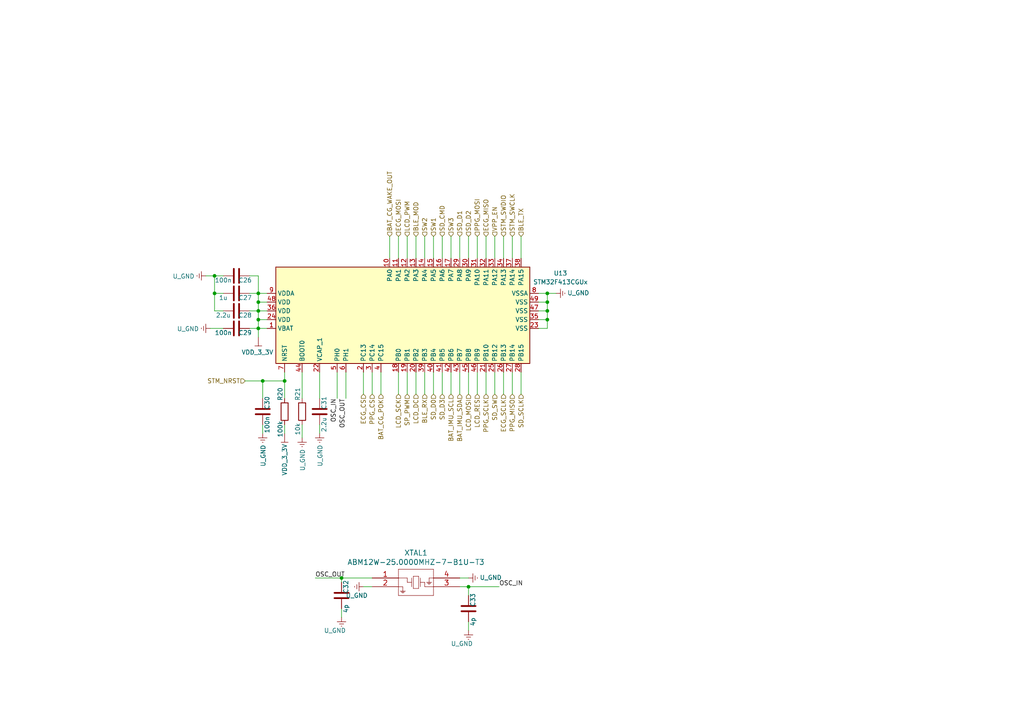
<source format=kicad_sch>
(kicad_sch (version 20211123) (generator eeschema)
  (paper "A4")
  (lib_symbols
    (symbol "Device:C" (pin_numbers hide) (pin_names (offset 0.254))
      (property "Reference" "C" (at 0.635 2.54 0))
      (property "Value" "C" (at 0.635 -2.54 0))
      (symbol "C_0_1"
        (polyline (pts (xy -2.032 -0.762) (xy 2.032 -0.762)) (stroke (width 0.508)))
        (polyline (pts (xy -2.032 0.762) (xy 2.032 0.762)) (stroke (width 0.508)))
      )
      (symbol "C_1_1"
        (pin passive line (at 0 3.81 270) (length 2.794) (name "~") (number "1"))
        (pin passive line (at 0 -3.81 90) (length 2.794) (name "~") (number "2"))
      )
    )
    (symbol "Device:R" (pin_numbers hide) (pin_names (offset 0))
      (property "Reference" "R" (at 2.032 0 90))
      (property "Value" "R" (at 0 0 90))
      (symbol "R_0_1"
        (rectangle (start -1.016 -2.54) (end 1.016 2.54) (stroke (width 0.254)))
      )
      (symbol "R_1_1"
        (pin passive line (at 0 3.81 270) (length 1.27) (name "~") (number "1"))
        (pin passive line (at 0 -3.81 90) (length 1.27) (name "~") (number "2"))
      )
    )
    (symbol "MCU_ST_STM32F4:STM32F413CGUx"
      (property "Reference" "U" (at -15.24 36.83 0))
      (property "Value" "STM32F413CGUx" (at 7.62 36.83 0))
      (symbol "STM32F413CGUx_0_1"
        (rectangle (start -15.24 -38.1) (end 12.7 35.56) (stroke (width 0.254)) (fill (type background)))
      )
      (symbol "STM32F413CGUx_1_1"
        (pin power_in line (at -5.08 38.1 270) (length 2.54) (name "VBAT") (number "1"))
        (pin bidirectional line (at 15.24 2.54 180) (length 2.54) (name "PA0") (number "10"))
        (pin bidirectional line (at 15.24 0 180) (length 2.54) (name "PA1") (number "11"))
        (pin bidirectional line (at 15.24 -2.54 180) (length 2.54) (name "PA2") (number "12"))
        (pin bidirectional line (at 15.24 -5.08 180) (length 2.54) (name "PA3") (number "13"))
        (pin bidirectional line (at 15.24 -7.62 180) (length 2.54) (name "PA4") (number "14"))
        (pin bidirectional line (at 15.24 -10.16 180) (length 2.54) (name "PA5") (number "15"))
        (pin bidirectional line (at 15.24 -12.7 180) (length 2.54) (name "PA6") (number "16"))
        (pin bidirectional line (at 15.24 -15.24 180) (length 2.54) (name "PA7") (number "17"))
        (pin bidirectional line (at -17.78 0 0) (length 2.54) (name "PB0") (number "18"))
        (pin bidirectional line (at -17.78 -2.54 0) (length 2.54) (name "PB1") (number "19"))
        (pin bidirectional line (at -17.78 10.16 0) (length 2.54) (name "PC13") (number "2"))
        (pin bidirectional line (at -17.78 -5.08 0) (length 2.54) (name "PB2") (number "20"))
        (pin bidirectional line (at -17.78 -25.4 0) (length 2.54) (name "PB10") (number "21"))
        (pin power_in line (at -17.78 22.86 0) (length 2.54) (name "VCAP_1") (number "22"))
        (pin power_in line (at -5.08 -40.64 90) (length 2.54) (name "VSS") (number "23"))
        (pin power_in line (at -2.54 38.1 270) (length 2.54) (name "VDD") (number "24"))
        (pin bidirectional line (at -17.78 -27.94 0) (length 2.54) (name "PB12") (number "25"))
        (pin bidirectional line (at -17.78 -30.48 0) (length 2.54) (name "PB13") (number "26"))
        (pin bidirectional line (at -17.78 -33.02 0) (length 2.54) (name "PB14") (number "27"))
        (pin bidirectional line (at -17.78 -35.56 0) (length 2.54) (name "PB15") (number "28"))
        (pin bidirectional line (at 15.24 -17.78 180) (length 2.54) (name "PA8") (number "29"))
        (pin bidirectional line (at -17.78 7.62 0) (length 2.54) (name "PC14") (number "3"))
        (pin bidirectional line (at 15.24 -20.32 180) (length 2.54) (name "PA9") (number "30"))
        (pin bidirectional line (at 15.24 -22.86 180) (length 2.54) (name "PA10") (number "31"))
        (pin bidirectional line (at 15.24 -25.4 180) (length 2.54) (name "PA11") (number "32"))
        (pin bidirectional line (at 15.24 -27.94 180) (length 2.54) (name "PA12") (number "33"))
        (pin bidirectional line (at 15.24 -30.48 180) (length 2.54) (name "PA13") (number "34"))
        (pin power_in line (at -2.54 -40.64 90) (length 2.54) (name "VSS") (number "35"))
        (pin power_in line (at 0 38.1 270) (length 2.54) (name "VDD") (number "36"))
        (pin bidirectional line (at 15.24 -33.02 180) (length 2.54) (name "PA14") (number "37"))
        (pin bidirectional line (at 15.24 -35.56 180) (length 2.54) (name "PA15") (number "38"))
        (pin bidirectional line (at -17.78 -7.62 0) (length 2.54) (name "PB3") (number "39"))
        (pin bidirectional line (at -17.78 5.08 0) (length 2.54) (name "PC15") (number "4"))
        (pin bidirectional line (at -17.78 -10.16 0) (length 2.54) (name "PB4") (number "40"))
        (pin bidirectional line (at -17.78 -12.7 0) (length 2.54) (name "PB5") (number "41"))
        (pin bidirectional line (at -17.78 -15.24 0) (length 2.54) (name "PB6") (number "42"))
        (pin bidirectional line (at -17.78 -17.78 0) (length 2.54) (name "PB7") (number "43"))
        (pin input line (at -17.78 27.94 0) (length 2.54) (name "BOOT0") (number "44"))
        (pin bidirectional line (at -17.78 -20.32 0) (length 2.54) (name "PB8") (number "45"))
        (pin bidirectional line (at -17.78 -22.86 0) (length 2.54) (name "PB9") (number "46"))
        (pin power_in line (at 0 -40.64 90) (length 2.54) (name "VSS") (number "47"))
        (pin power_in line (at 2.54 38.1 270) (length 2.54) (name "VDD") (number "48"))
        (pin power_in line (at 2.54 -40.64 90) (length 2.54) (name "VSS") (number "49"))
        (pin input line (at -17.78 17.78 0) (length 2.54) (name "PH0") (number "5"))
        (pin input line (at -17.78 15.24 0) (length 2.54) (name "PH1") (number "6"))
        (pin input line (at -17.78 33.02 0) (length 2.54) (name "NRST") (number "7"))
        (pin power_in line (at 5.08 -40.64 90) (length 2.54) (name "VSSA") (number "8"))
        (pin power_in line (at 5.08 38.1 270) (length 2.54) (name "VDDA") (number "9"))
      )
    )
    (symbol "User_library:ABM12W-25.0000MHZ-7-B1U-T3" (pin_names (offset 0.254) hide)
      (property "Reference" "XTAL" (at 12.7 3.81 0))
      (property "Value" "User_library_ABM12W-25.0000MHZ-7-B1U-T3" (at 12.7 -7.62 0))
      (symbol "ABM12W-25.0000MHZ-7-B1U-T3_1_1"
        (polyline (pts (xy 7.62 -5.08) (xy 17.78 -5.08)) (stroke (width 0.127)))
        (polyline (pts (xy 7.62 -2.54) (xy 8.89 -2.54)) (stroke (width 0.127)))
        (polyline (pts (xy 7.62 0) (xy 10.16 0)) (stroke (width 0.127)))
        (polyline (pts (xy 7.62 2.54) (xy 7.62 -5.08)) (stroke (width 0.127)))
        (polyline (pts (xy 8.128 -3.81) (xy 9.652 -3.81)) (stroke (width 0.127)))
        (polyline (pts (xy 8.382 -4.064) (xy 9.398 -4.064)) (stroke (width 0.127)))
        (polyline (pts (xy 8.636 -4.318) (xy 9.144 -4.318)) (stroke (width 0.127)))
        (polyline (pts (xy 8.89 -2.54) (xy 8.89 -3.81)) (stroke (width 0.127)))
        (polyline (pts (xy 10.16 -1.27) (xy 11.43 -1.27)) (stroke (width 0.127)))
        (polyline (pts (xy 10.16 0) (xy 10.16 -1.27)) (stroke (width 0.127)))
        (polyline (pts (xy 11.43 0) (xy 11.43 -2.54)) (stroke (width 0.127)))
        (polyline (pts (xy 11.938 -3.048) (xy 13.462 -3.048)) (stroke (width 0.127)))
        (polyline (pts (xy 11.938 0.508) (xy 11.938 -3.048)) (stroke (width 0.127)))
        (polyline (pts (xy 13.462 -3.048) (xy 13.462 0.508)) (stroke (width 0.127)))
        (polyline (pts (xy 13.462 0.508) (xy 11.938 0.508)) (stroke (width 0.127)))
        (polyline (pts (xy 13.97 -1.27) (xy 15.24 -1.27)) (stroke (width 0.127)))
        (polyline (pts (xy 13.97 0) (xy 13.97 -2.54)) (stroke (width 0.127)))
        (polyline (pts (xy 15.24 -2.54) (xy 17.78 -2.54)) (stroke (width 0.127)))
        (polyline (pts (xy 15.24 -1.27) (xy 15.24 -2.54)) (stroke (width 0.127)))
        (polyline (pts (xy 16.51 0) (xy 16.51 -1.27)) (stroke (width 0.127)))
        (polyline (pts (xy 16.764 -1.778) (xy 16.256 -1.778)) (stroke (width 0.127)))
        (polyline (pts (xy 17.018 -1.524) (xy 16.002 -1.524)) (stroke (width 0.127)))
        (polyline (pts (xy 17.272 -1.27) (xy 15.748 -1.27)) (stroke (width 0.127)))
        (polyline (pts (xy 17.78 -5.08) (xy 17.78 2.54)) (stroke (width 0.127)))
        (polyline (pts (xy 17.78 0) (xy 16.51 0)) (stroke (width 0.127)))
        (polyline (pts (xy 17.78 2.54) (xy 7.62 2.54)) (stroke (width 0.127)))
        (pin unspecified line (at 0 0 0) (length 7.62) (name "1") (number "1"))
        (pin unspecified line (at 0 -2.54 0) (length 7.62) (name "2") (number "2"))
        (pin unspecified line (at 25.4 -2.54 180) (length 7.62) (name "3") (number "3"))
        (pin unspecified line (at 25.4 0 180) (length 7.62) (name "4") (number "4"))
      )
    )
    (symbol "User_power:GND" (power) (pin_names (offset 0))
      (property "Value" "User_power_GND" (at 0 -3.81 0))
      (symbol "GND_0_1"
        (polyline (pts (xy -0.635 -1.905) (xy 0.635 -1.905)))
        (polyline (pts (xy -0.127 -2.54) (xy 0.127 -2.54)))
        (polyline (pts (xy 0 -1.27) (xy 0 0)))
        (polyline (pts (xy 1.27 -1.27) (xy -1.27 -1.27)))
      )
      (symbol "GND_1_1"
        (pin power_in line (at 0 0 270) (length 0) hide (name "U_GND") (number "1"))
      )
    )
    (symbol "User_power:VDD_3.3V" (power) (pin_names (offset 0))
      (property "Value" "User_power_VDD_3.3V" (at 0 3.81 0))
      (symbol "VDD_3.3V_0_1"
        (polyline (pts (xy -1.016 2.54) (xy 0 2.54)))
        (polyline (pts (xy 0 0) (xy 0 2.54)))
        (polyline (pts (xy 0 2.54) (xy 1.016 2.54)))
      )
      (symbol "VDD_3.3V_1_1"
        (pin power_in line (at 0 0 90) (length 0) hide (name "VDD_3_3V") (number "1"))
      )
    )
  )
  (junction (at 158.75 87.63))
  (junction (at 76.2 110.49))
  (junction (at 62.23 85.09))
  (junction (at 82.55 110.49))
  (junction (at 135.89 170.18))
  (junction (at 74.93 95.25))
  (junction (at 158.75 92.71))
  (junction (at 74.93 90.17))
  (junction (at 74.93 85.09))
  (junction (at 158.75 85.09))
  (junction (at 99.06 167.64))
  (junction (at 158.75 90.17))
  (junction (at 62.23 80.01))
  (junction (at 74.93 92.71))
  (junction (at 74.93 87.63))
  (wire (pts (xy 158.75 95.25) (xy 158.75 92.71)))
  (wire (pts (xy 120.65 68.58) (xy 120.65 74.93)))
  (wire (pts (xy 99.06 167.64) (xy 91.44 167.64)))
  (wire (pts (xy 74.93 97.79) (xy 74.93 95.25)))
  (wire (pts (xy 135.89 170.18) (xy 135.89 172.72)))
  (wire (pts (xy 156.21 92.71) (xy 158.75 92.71)))
  (wire (pts (xy 115.57 68.58) (xy 115.57 74.93)))
  (wire (pts (xy 158.75 87.63) (xy 158.75 85.09)))
  (wire (pts (xy 151.13 114.3) (xy 151.13 107.95)))
  (wire (pts (xy 140.97 107.95) (xy 140.97 114.3)))
  (wire (pts (xy 107.95 167.64) (xy 99.06 167.64)))
  (wire (pts (xy 100.33 107.95) (xy 100.33 115.57)))
  (wire (pts (xy 105.41 170.18) (xy 107.95 170.18)))
  (wire (pts (xy 97.79 107.95) (xy 97.79 115.57)))
  (wire (pts (xy 105.41 114.3) (xy 105.41 107.95)))
  (wire (pts (xy 125.73 114.3) (xy 125.73 107.95)))
  (wire (pts (xy 148.59 114.3) (xy 148.59 107.95)))
  (wire (pts (xy 64.77 85.09) (xy 62.23 85.09)))
  (wire (pts (xy 77.47 95.25) (xy 74.93 95.25)))
  (wire (pts (xy 87.63 115.57) (xy 87.63 107.95)))
  (wire (pts (xy 64.77 95.25) (xy 60.96 95.25)))
  (wire (pts (xy 92.71 107.95) (xy 92.71 115.57)))
  (wire (pts (xy 76.2 123.19) (xy 76.2 125.73)))
  (wire (pts (xy 158.75 85.09) (xy 156.21 85.09)))
  (wire (pts (xy 87.63 127) (xy 87.63 123.19)))
  (wire (pts (xy 128.27 68.58) (xy 128.27 74.93)))
  (wire (pts (xy 123.19 107.95) (xy 123.19 114.3)))
  (wire (pts (xy 143.51 107.95) (xy 143.51 114.3)))
  (wire (pts (xy 146.05 114.3) (xy 146.05 107.95)))
  (wire (pts (xy 82.55 125.73) (xy 82.55 123.19)))
  (wire (pts (xy 99.06 167.64) (xy 99.06 168.91)))
  (wire (pts (xy 74.93 87.63) (xy 74.93 90.17)))
  (wire (pts (xy 140.97 74.93) (xy 140.97 68.58)))
  (wire (pts (xy 76.2 115.57) (xy 76.2 110.49)))
  (wire (pts (xy 158.75 90.17) (xy 156.21 90.17)))
  (wire (pts (xy 133.35 170.18) (xy 135.89 170.18)))
  (wire (pts (xy 118.11 107.95) (xy 118.11 114.3)))
  (wire (pts (xy 59.69 80.01) (xy 62.23 80.01)))
  (wire (pts (xy 64.77 80.01) (xy 62.23 80.01)))
  (wire (pts (xy 92.71 123.19) (xy 92.71 125.73)))
  (wire (pts (xy 74.93 85.09) (xy 72.39 85.09)))
  (wire (pts (xy 138.43 114.3) (xy 138.43 107.95)))
  (wire (pts (xy 135.89 114.3) (xy 135.89 107.95)))
  (wire (pts (xy 62.23 80.01) (xy 62.23 85.09)))
  (wire (pts (xy 74.93 90.17) (xy 77.47 90.17)))
  (wire (pts (xy 143.51 68.58) (xy 143.51 74.93)))
  (wire (pts (xy 64.77 90.17) (xy 62.23 90.17)))
  (wire (pts (xy 82.55 107.95) (xy 82.55 110.49)))
  (wire (pts (xy 135.89 180.34) (xy 135.89 182.88)))
  (wire (pts (xy 74.93 85.09) (xy 74.93 87.63)))
  (wire (pts (xy 99.06 179.07) (xy 99.06 176.53)))
  (wire (pts (xy 158.75 90.17) (xy 158.75 87.63)))
  (wire (pts (xy 82.55 110.49) (xy 82.55 115.57)))
  (wire (pts (xy 146.05 74.93) (xy 146.05 68.58)))
  (wire (pts (xy 110.49 114.3) (xy 110.49 107.95)))
  (wire (pts (xy 74.93 85.09) (xy 77.47 85.09)))
  (wire (pts (xy 62.23 85.09) (xy 62.23 90.17)))
  (wire (pts (xy 133.35 68.58) (xy 133.35 74.93)))
  (wire (pts (xy 120.65 114.3) (xy 120.65 107.95)))
  (wire (pts (xy 135.89 170.18) (xy 144.78 170.18)))
  (wire (pts (xy 158.75 92.71) (xy 158.75 90.17)))
  (wire (pts (xy 77.47 92.71) (xy 74.93 92.71)))
  (wire (pts (xy 130.81 114.3) (xy 130.81 107.95)))
  (wire (pts (xy 74.93 92.71) (xy 74.93 95.25)))
  (wire (pts (xy 161.29 85.09) (xy 158.75 85.09)))
  (wire (pts (xy 148.59 68.58) (xy 148.59 74.93)))
  (wire (pts (xy 158.75 95.25) (xy 156.21 95.25)))
  (wire (pts (xy 151.13 68.58) (xy 151.13 74.93)))
  (wire (pts (xy 125.73 68.58) (xy 125.73 74.93)))
  (wire (pts (xy 133.35 114.3) (xy 133.35 107.95)))
  (wire (pts (xy 74.93 90.17) (xy 72.39 90.17)))
  (wire (pts (xy 128.27 114.3) (xy 128.27 107.95)))
  (wire (pts (xy 71.12 110.49) (xy 76.2 110.49)))
  (wire (pts (xy 72.39 80.01) (xy 74.93 80.01)))
  (wire (pts (xy 156.21 87.63) (xy 158.75 87.63)))
  (wire (pts (xy 135.89 68.58) (xy 135.89 74.93)))
  (wire (pts (xy 76.2 110.49) (xy 82.55 110.49)))
  (wire (pts (xy 130.81 68.58) (xy 130.81 74.93)))
  (wire (pts (xy 115.57 114.3) (xy 115.57 107.95)))
  (wire (pts (xy 123.19 68.58) (xy 123.19 74.93)))
  (wire (pts (xy 74.93 80.01) (xy 74.93 85.09)))
  (wire (pts (xy 118.11 74.93) (xy 118.11 68.58)))
  (wire (pts (xy 107.95 114.3) (xy 107.95 107.95)))
  (wire (pts (xy 74.93 87.63) (xy 77.47 87.63)))
  (wire (pts (xy 113.03 68.58) (xy 113.03 74.93)))
  (wire (pts (xy 138.43 68.58) (xy 138.43 74.93)))
  (wire (pts (xy 74.93 95.25) (xy 72.39 95.25)))
  (wire (pts (xy 135.89 167.64) (xy 133.35 167.64)))
  (wire (pts (xy 74.93 92.71) (xy 74.93 90.17)))
  (label "OSC_OUT" (at 91.44 167.64 0))
  (label "OSC_OUT" (at 100.33 115.57 270))
  (label "OSC_IN" (at 97.79 115.57 270))
  (label "OSC_IN" (at 144.78 170.18 0))
  (hierarchical_label "ECG_SCLK" (shape input) (at 146.05 114.3 270))
  (hierarchical_label "SW3" (shape input) (at 130.81 68.58 90))
  (hierarchical_label "PPG_MISO" (shape input) (at 148.59 114.3 270))
  (hierarchical_label "VPP_EN" (shape input) (at 143.51 68.58 90))
  (hierarchical_label "SD_D0" (shape input) (at 125.73 114.3 270))
  (hierarchical_label "BLE_RX" (shape input) (at 123.19 114.3 270))
  (hierarchical_label "PPG_MOSI" (shape input) (at 138.43 68.58 90))
  (hierarchical_label "SD_SCLK" (shape input) (at 151.13 114.3 270))
  (hierarchical_label "LCD_DC" (shape input) (at 120.65 114.3 270))
  (hierarchical_label "SD_CMD" (shape input) (at 128.27 68.58 90))
  (hierarchical_label "ECG_MOSI" (shape input) (at 115.57 68.58 90))
  (hierarchical_label "SP_PWM" (shape input) (at 118.11 114.3 270))
  (hierarchical_label "STM_NRST" (shape input) (at 71.12 110.49 180))
  (hierarchical_label "PPG_SCLK" (shape input) (at 140.97 114.3 270))
  (hierarchical_label "BAT_CG_POK" (shape input) (at 110.49 114.3 270))
  (hierarchical_label "LCD_RES" (shape input) (at 138.43 114.3 270))
  (hierarchical_label "BAT_CG_WAKE_OUT" (shape input) (at 113.03 68.58 90))
  (hierarchical_label "BAT_IMU_SDA" (shape input) (at 133.35 114.3 270))
  (hierarchical_label "PPG_CS" (shape input) (at 107.95 114.3 270))
  (hierarchical_label "ECG_MISO" (shape input) (at 140.97 68.58 90))
  (hierarchical_label "BLE_TX" (shape input) (at 151.13 68.58 90))
  (hierarchical_label "SD_D2" (shape input) (at 135.89 68.58 90))
  (hierarchical_label "STM_SWCLK" (shape input) (at 148.59 68.58 90))
  (hierarchical_label "SW2" (shape input) (at 123.19 68.58 90))
  (hierarchical_label "SW1" (shape input) (at 125.73 68.58 90))
  (hierarchical_label "BLE_MOD" (shape input) (at 120.65 68.58 90))
  (hierarchical_label "LCD_PWM" (shape input) (at 118.11 68.58 90))
  (hierarchical_label "LCD_SCK" (shape input) (at 115.57 114.3 270))
  (hierarchical_label "STM_SWDIO" (shape input) (at 146.05 68.58 90))
  (hierarchical_label "SD_D1" (shape input) (at 133.35 68.58 90))
  (hierarchical_label "BAT_IMU_SCL" (shape input) (at 130.81 114.3 270))
  (hierarchical_label "SD_SW" (shape input) (at 143.51 114.3 270))
  (hierarchical_label "LCD_MOSI" (shape input) (at 135.89 114.3 270))
  (hierarchical_label "SD_D3" (shape input) (at 128.27 114.3 270))
  (hierarchical_label "ECG_CS" (shape input) (at 105.41 114.3 270))
  (symbol (lib_id "User_library:ABM12W-25.0000MHZ-7-B1U-T3") (at 107.95 167.64 0) (unit 1)
    (property "Reference" "XTAL1" (at 120.65 160.3502 0) (effects (font (size 1.524 1.524))))
    (property "Value" "ABM12W-25.0000MHZ-7-B1U-T3" (at 120.65 163.0426 0) (effects (font (size 1.524 1.524))))
    (property "Footprint" "User_library:ABM12W" (effects hide))
  )
  (symbol (lib_id "Device:C") (at 68.58 85.09 90) (unit 1)
    (property "Reference" "C27" (at 71.12 86.36 90))
    (property "Value" "1u" (at 64.77 86.36 90))
    (property "Footprint" "User_library:UL_C_0402_1005Metric" (effects hide))
  )
  (symbol (lib_id "Device:C") (at 68.58 80.01 90) (unit 1)
    (property "Reference" "C26" (at 71.12 81.28 90))
    (property "Value" "100n" (at 64.77 81.28 90))
    (property "Footprint" "User_library:UL_C_0402_1005Metric" (effects hide))
  )
  (symbol (lib_id "Device:C") (at 68.58 95.25 90) (unit 1)
    (property "Reference" "C29" (at 71.12 96.52 90))
    (property "Value" "100n" (at 64.77 96.52 90))
    (property "Footprint" "User_library:UL_C_0402_1005Metric" (effects hide))
  )
  (symbol (lib_id "Device:C") (at 92.71 119.38 180) (unit 1)
    (property "Reference" "C31" (at 93.98 116.84 90))
    (property "Value" "2.2u" (at 93.98 123.19 90))
    (property "Footprint" "User_library:UL_C_0402_1005Metric" (effects hide))
  )
  (symbol (lib_id "Device:C") (at 68.58 90.17 90) (unit 1)
    (property "Reference" "C28" (at 71.12 91.44 90))
    (property "Value" "2.2u" (at 64.77 91.44 90))
    (property "Footprint" "User_library:UL_C_0402_1005Metric" (effects hide))
  )
  (symbol (lib_id "Device:R") (at 82.55 119.38 180) (unit 1)
    (property "Reference" "R20" (at 81.28 114.3 90))
    (property "Value" "100k" (at 81.28 124.46 90))
    (property "Footprint" "Resistor_SMD:R_0402_1005Metric" (effects hide))
  )
  (symbol (lib_id "User_power:GND") (at 161.29 85.09 90) (unit 1)
    (property "Reference" "#PWR0163" (effects hide))
    (property "Value" "GND" (at 164.5412 84.963 90) (effects (justify right)))
  )
  (symbol (lib_id "User_power:GND") (at 87.63 127 0) (unit 1)
    (property "Reference" "#PWR0169" (effects hide))
    (property "Value" "GND" (at 87.757 130.2512 90) (effects (justify right)))
  )
  (symbol (lib_id "User_power:VDD_3.3V") (at 82.55 125.73 180) (unit 1)
    (property "Reference" "#PWR0167" (effects hide))
    (property "Value" "VDD_3.3V" (at 82.55 133.35 90))
  )
  (symbol (lib_id "Device:R") (at 87.63 119.38 0) (unit 1)
    (property "Reference" "R21" (at 86.36 114.3 90))
    (property "Value" "10k" (at 86.36 124.46 90))
    (property "Footprint" "Resistor_SMD:R_0402_1005Metric" (effects hide))
  )
  (symbol (lib_id "User_power:GND") (at 59.69 80.01 270) (unit 1)
    (property "Reference" "#PWR0166" (effects hide))
    (property "Value" "GND" (at 56.4388 80.137 90) (effects (justify right)))
  )
  (symbol (lib_id "Device:C") (at 135.89 176.53 180) (unit 1)
    (property "Reference" "C33" (at 137.16 173.99 90))
    (property "Value" "4p" (at 137.16 180.34 90))
    (property "Footprint" "User_library:UL_C_0402_1005Metric" (effects hide))
  )
  (symbol (lib_id "Device:C") (at 99.06 172.72 180) (unit 1)
    (property "Reference" "C32" (at 100.33 170.18 90))
    (property "Value" "4p" (at 100.33 176.53 90))
    (property "Footprint" "User_library:UL_C_0402_1005Metric" (effects hide))
  )
  (symbol (lib_id "User_power:VDD_3.3V") (at 74.93 97.79 180) (unit 1)
    (property "Reference" "#PWR0164" (effects hide))
    (property "Value" "VDD_3.3V" (at 74.676 102.1842 0))
  )
  (symbol (lib_id "User_power:GND") (at 76.2 125.73 0) (unit 1)
    (property "Reference" "#PWR0168" (effects hide))
    (property "Value" "GND" (at 76.327 128.9812 90) (effects (justify right)))
  )
  (symbol (lib_id "MCU_ST_STM32F4:STM32F413CGUx") (at 115.57 90.17 90) (unit 1)
    (property "Reference" "U13" (at 162.56 79.2605 90))
    (property "Value" "STM32F413CGUx" (at 162.56 81.8005 90))
    (property "Footprint" "Package_DFN_QFN:QFN-48-1EP_7x7mm_P0.5mm_EP5.6x5.6mm" (effects hide))
    (property "Datasheet" "http://www.st.com/st-web-ui/static/active/en/resource/technical/document/datasheet/DM00282249.pdf" (effects hide))
  )
  (symbol (lib_id "User_power:GND") (at 99.06 179.07 0) (unit 1)
    (property "Reference" "#PWR0172" (effects hide))
    (property "Value" "GND" (at 100.33 182.88 0) (effects (justify right)))
  )
  (symbol (lib_id "User_power:GND") (at 135.89 167.64 90) (unit 1)
    (property "Reference" "#PWR0173" (effects hide))
    (property "Value" "GND" (at 139.1412 167.513 90) (effects (justify right)))
  )
  (symbol (lib_id "User_power:GND") (at 60.96 95.25 270) (unit 1)
    (property "Reference" "#PWR0165" (effects hide))
    (property "Value" "GND" (at 57.7088 95.377 90) (effects (justify right)))
  )
  (symbol (lib_id "User_power:GND") (at 135.89 182.88 0) (unit 1)
    (property "Reference" "#PWR0174" (effects hide))
    (property "Value" "GND" (at 137.16 186.69 0) (effects (justify right)))
  )
  (symbol (lib_id "Device:C") (at 76.2 119.38 180) (unit 1)
    (property "Reference" "C30" (at 77.47 116.84 90))
    (property "Value" "100n" (at 77.47 123.19 90))
    (property "Footprint" "User_library:UL_C_0402_1005Metric" (effects hide))
  )
  (symbol (lib_id "User_power:GND") (at 105.41 170.18 270) (unit 1)
    (property "Reference" "#PWR0171" (effects hide))
    (property "Value" "GND" (at 106.68 172.72 90) (effects (justify right)))
  )
  (symbol (lib_id "User_power:GND") (at 92.71 125.73 0) (unit 1)
    (property "Reference" "#PWR0170" (effects hide))
    (property "Value" "GND" (at 92.837 128.9812 90) (effects (justify right)))
  )
)
</source>
